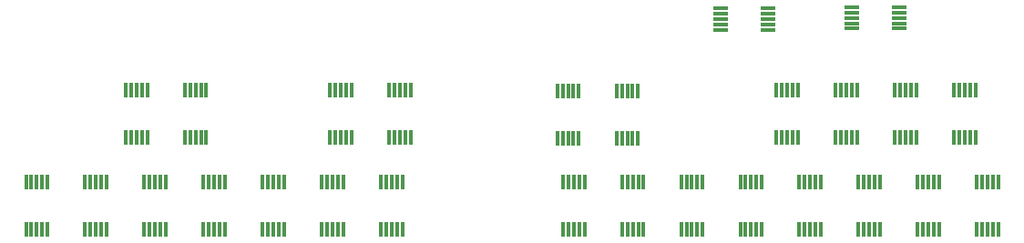
<source format=gtp>
G04 #@! TF.GenerationSoftware,KiCad,Pcbnew,5.1.4-e60b266~84~ubuntu16.04.1*
G04 #@! TF.CreationDate,2019-10-21T03:29:48-05:00*
G04 #@! TF.ProjectId,Quantum MCP4262-502 25x expansion flex for GWAAM-Sea Aid with U7 expansion cutout,5175616e-7475-46d2-904d-435034323632,rev?*
G04 #@! TF.SameCoordinates,Original*
G04 #@! TF.FileFunction,Paste,Top*
G04 #@! TF.FilePolarity,Positive*
%FSLAX46Y46*%
G04 Gerber Fmt 4.6, Leading zero omitted, Abs format (unit mm)*
G04 Created by KiCad (PCBNEW 5.1.4-e60b266~84~ubuntu16.04.1) date 2019-10-21 03:29:48*
%MOMM*%
%LPD*%
G04 APERTURE LIST*
%ADD10R,1.400000X0.300000*%
%ADD11R,0.300000X1.400000*%
G04 APERTURE END LIST*
D10*
X145158460Y-99132640D03*
X145158460Y-99632640D03*
X145158460Y-100132640D03*
X145158460Y-100632640D03*
X145158460Y-101132640D03*
X140758460Y-101132640D03*
X140758460Y-100632640D03*
X140758460Y-100132640D03*
X140758460Y-99632640D03*
X140758460Y-99132640D03*
X152915260Y-99042980D03*
X152915260Y-99542980D03*
X152915260Y-100042980D03*
X152915260Y-100542980D03*
X152915260Y-101042980D03*
X157315260Y-101042980D03*
X157315260Y-100542980D03*
X157315260Y-100042980D03*
X157315260Y-99542980D03*
X157315260Y-99042980D03*
D11*
X144543020Y-115333420D03*
X144043020Y-115333420D03*
X143543020Y-115333420D03*
X143043020Y-115333420D03*
X142543020Y-115333420D03*
X142543020Y-119733420D03*
X143043020Y-119733420D03*
X143543020Y-119733420D03*
X144043020Y-119733420D03*
X144543020Y-119733420D03*
X133557520Y-119743580D03*
X133057520Y-119743580D03*
X132557520Y-119743580D03*
X132057520Y-119743580D03*
X131557520Y-119743580D03*
X131557520Y-115343580D03*
X132057520Y-115343580D03*
X132557520Y-115343580D03*
X133057520Y-115343580D03*
X133557520Y-115343580D03*
X139046460Y-119735960D03*
X138546460Y-119735960D03*
X138046460Y-119735960D03*
X137546460Y-119735960D03*
X137046460Y-119735960D03*
X137046460Y-115335960D03*
X137546460Y-115335960D03*
X138046460Y-115335960D03*
X138546460Y-115335960D03*
X139046460Y-115335960D03*
X155528520Y-119720720D03*
X155028520Y-119720720D03*
X154528520Y-119720720D03*
X154028520Y-119720720D03*
X153528520Y-119720720D03*
X153528520Y-115320720D03*
X154028520Y-115320720D03*
X154528520Y-115320720D03*
X155028520Y-115320720D03*
X155528520Y-115320720D03*
X128060960Y-115346120D03*
X127560960Y-115346120D03*
X127060960Y-115346120D03*
X126560960Y-115346120D03*
X126060960Y-115346120D03*
X126060960Y-119746120D03*
X126560960Y-119746120D03*
X127060960Y-119746120D03*
X127560960Y-119746120D03*
X128060960Y-119746120D03*
X150031960Y-115323260D03*
X149531960Y-115323260D03*
X149031960Y-115323260D03*
X148531960Y-115323260D03*
X148031960Y-115323260D03*
X148031960Y-119723260D03*
X148531960Y-119723260D03*
X149031960Y-119723260D03*
X149531960Y-119723260D03*
X150031960Y-119723260D03*
X166524180Y-115325800D03*
X166024180Y-115325800D03*
X165524180Y-115325800D03*
X165024180Y-115325800D03*
X164524180Y-115325800D03*
X164524180Y-119725800D03*
X165024180Y-119725800D03*
X165524180Y-119725800D03*
X166024180Y-119725800D03*
X166524180Y-119725800D03*
X161027620Y-119728340D03*
X160527620Y-119728340D03*
X160027620Y-119728340D03*
X159527620Y-119728340D03*
X159027620Y-119728340D03*
X159027620Y-115328340D03*
X159527620Y-115328340D03*
X160027620Y-115328340D03*
X160527620Y-115328340D03*
X161027620Y-115328340D03*
X100133660Y-119723260D03*
X99633660Y-119723260D03*
X99133660Y-119723260D03*
X98633660Y-119723260D03*
X98133660Y-119723260D03*
X98133660Y-115323260D03*
X98633660Y-115323260D03*
X99133660Y-115323260D03*
X99633660Y-115323260D03*
X100133660Y-115323260D03*
X105630220Y-115320720D03*
X105130220Y-115320720D03*
X104630220Y-115320720D03*
X104130220Y-115320720D03*
X103630220Y-115320720D03*
X103630220Y-119720720D03*
X104130220Y-119720720D03*
X104630220Y-119720720D03*
X105130220Y-119720720D03*
X105630220Y-119720720D03*
X94644720Y-119733420D03*
X94144720Y-119733420D03*
X93644720Y-119733420D03*
X93144720Y-119733420D03*
X92644720Y-119733420D03*
X92644720Y-115333420D03*
X93144720Y-115333420D03*
X93644720Y-115333420D03*
X94144720Y-115333420D03*
X94644720Y-115333420D03*
X89148160Y-115335960D03*
X88648160Y-115335960D03*
X88148160Y-115335960D03*
X87648160Y-115335960D03*
X87148160Y-115335960D03*
X87148160Y-119735960D03*
X87648160Y-119735960D03*
X88148160Y-119735960D03*
X88648160Y-119735960D03*
X89148160Y-119735960D03*
X78162660Y-119746120D03*
X77662660Y-119746120D03*
X77162660Y-119746120D03*
X76662660Y-119746120D03*
X76162660Y-119746120D03*
X76162660Y-115346120D03*
X76662660Y-115346120D03*
X77162660Y-115346120D03*
X77662660Y-115346120D03*
X78162660Y-115346120D03*
X83659220Y-115343580D03*
X83159220Y-115343580D03*
X82659220Y-115343580D03*
X82159220Y-115343580D03*
X81659220Y-115343580D03*
X81659220Y-119743580D03*
X82159220Y-119743580D03*
X82659220Y-119743580D03*
X83159220Y-119743580D03*
X83659220Y-119743580D03*
X127542800Y-111234580D03*
X127042800Y-111234580D03*
X126542800Y-111234580D03*
X126042800Y-111234580D03*
X125542800Y-111234580D03*
X125542800Y-106834580D03*
X126042800Y-106834580D03*
X126542800Y-106834580D03*
X127042800Y-106834580D03*
X127542800Y-106834580D03*
X133039360Y-106832040D03*
X132539360Y-106832040D03*
X132039360Y-106832040D03*
X131539360Y-106832040D03*
X131039360Y-106832040D03*
X131039360Y-111232040D03*
X131539360Y-111232040D03*
X132039360Y-111232040D03*
X132539360Y-111232040D03*
X133039360Y-111232040D03*
X158896560Y-111183780D03*
X158396560Y-111183780D03*
X157896560Y-111183780D03*
X157396560Y-111183780D03*
X156896560Y-111183780D03*
X156896560Y-106783780D03*
X157396560Y-106783780D03*
X157896560Y-106783780D03*
X158396560Y-106783780D03*
X158896560Y-106783780D03*
X164393120Y-106781240D03*
X163893120Y-106781240D03*
X163393120Y-106781240D03*
X162893120Y-106781240D03*
X162393120Y-106781240D03*
X162393120Y-111181240D03*
X162893120Y-111181240D03*
X163393120Y-111181240D03*
X163893120Y-111181240D03*
X164393120Y-111181240D03*
X153407620Y-111193940D03*
X152907620Y-111193940D03*
X152407620Y-111193940D03*
X151907620Y-111193940D03*
X151407620Y-111193940D03*
X151407620Y-106793940D03*
X151907620Y-106793940D03*
X152407620Y-106793940D03*
X152907620Y-106793940D03*
X153407620Y-106793940D03*
X147911060Y-106796480D03*
X147411060Y-106796480D03*
X146911060Y-106796480D03*
X146411060Y-106796480D03*
X145911060Y-106796480D03*
X145911060Y-111196480D03*
X146411060Y-111196480D03*
X146911060Y-111196480D03*
X147411060Y-111196480D03*
X147911060Y-111196480D03*
X106432860Y-106745680D03*
X105932860Y-106745680D03*
X105432860Y-106745680D03*
X104932860Y-106745680D03*
X104432860Y-106745680D03*
X104432860Y-111145680D03*
X104932860Y-111145680D03*
X105432860Y-111145680D03*
X105932860Y-111145680D03*
X106432860Y-111145680D03*
X111929420Y-111143140D03*
X111429420Y-111143140D03*
X110929420Y-111143140D03*
X110429420Y-111143140D03*
X109929420Y-111143140D03*
X109929420Y-106743140D03*
X110429420Y-106743140D03*
X110929420Y-106743140D03*
X111429420Y-106743140D03*
X111929420Y-106743140D03*
X111129320Y-115328340D03*
X110629320Y-115328340D03*
X110129320Y-115328340D03*
X109629320Y-115328340D03*
X109129320Y-115328340D03*
X109129320Y-119728340D03*
X109629320Y-119728340D03*
X110129320Y-119728340D03*
X110629320Y-119728340D03*
X111129320Y-119728340D03*
X92917520Y-106796480D03*
X92417520Y-106796480D03*
X91917520Y-106796480D03*
X91417520Y-106796480D03*
X90917520Y-106796480D03*
X90917520Y-111196480D03*
X91417520Y-111196480D03*
X91917520Y-111196480D03*
X92417520Y-111196480D03*
X92917520Y-111196480D03*
X87420960Y-111199020D03*
X86920960Y-111199020D03*
X86420960Y-111199020D03*
X85920960Y-111199020D03*
X85420960Y-111199020D03*
X85420960Y-106799020D03*
X85920960Y-106799020D03*
X86420960Y-106799020D03*
X86920960Y-106799020D03*
X87420960Y-106799020D03*
M02*

</source>
